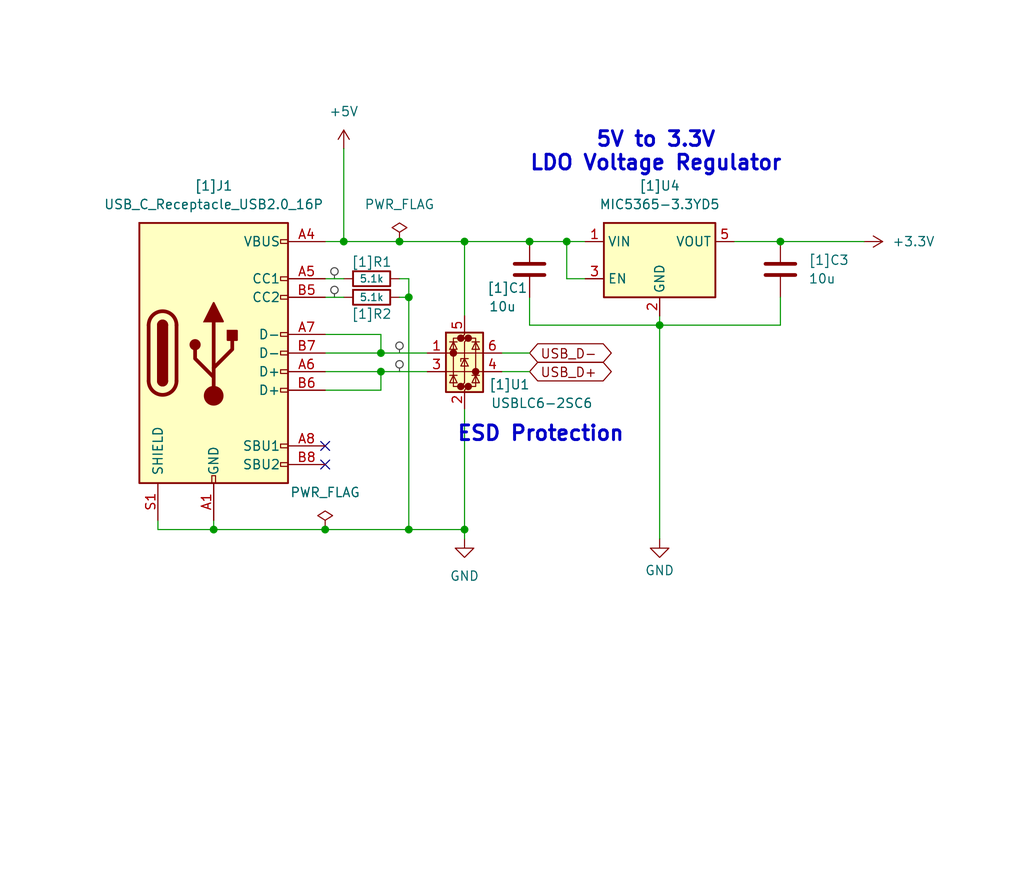
<source format=kicad_sch>
(kicad_sch
	(version 20250114)
	(generator "eeschema")
	(generator_version "9.0")
	(uuid "d8a2ac81-2dae-4dba-a26d-e38823841a28")
	(paper "User" 140 120)
	(lib_symbols
		(symbol "Connector:USB_C_Receptacle_USB2.0_16P"
			(pin_names
				(offset 1.016)
			)
			(exclude_from_sim no)
			(in_bom yes)
			(on_board yes)
			(property "Reference" "J"
				(at 0 22.225 0)
				(effects
					(font
						(size 1.27 1.27)
					)
				)
			)
			(property "Value" "USB_C_Receptacle_USB2.0_16P"
				(at 0 19.685 0)
				(effects
					(font
						(size 1.27 1.27)
					)
				)
			)
			(property "Footprint" ""
				(at 3.81 0 0)
				(effects
					(font
						(size 1.27 1.27)
					)
					(hide yes)
				)
			)
			(property "Datasheet" "https://www.usb.org/sites/default/files/documents/usb_type-c.zip"
				(at 3.81 0 0)
				(effects
					(font
						(size 1.27 1.27)
					)
					(hide yes)
				)
			)
			(property "Description" "USB 2.0-only 16P Type-C Receptacle connector"
				(at 0 0 0)
				(effects
					(font
						(size 1.27 1.27)
					)
					(hide yes)
				)
			)
			(property "ki_keywords" "usb universal serial bus type-C USB2.0"
				(at 0 0 0)
				(effects
					(font
						(size 1.27 1.27)
					)
					(hide yes)
				)
			)
			(property "ki_fp_filters" "USB*C*Receptacle*"
				(at 0 0 0)
				(effects
					(font
						(size 1.27 1.27)
					)
					(hide yes)
				)
			)
			(symbol "USB_C_Receptacle_USB2.0_16P_0_0"
				(rectangle
					(start -0.254 -17.78)
					(end 0.254 -16.764)
					(stroke
						(width 0)
						(type default)
					)
					(fill
						(type none)
					)
				)
				(rectangle
					(start 10.16 15.494)
					(end 9.144 14.986)
					(stroke
						(width 0)
						(type default)
					)
					(fill
						(type none)
					)
				)
				(rectangle
					(start 10.16 10.414)
					(end 9.144 9.906)
					(stroke
						(width 0)
						(type default)
					)
					(fill
						(type none)
					)
				)
				(rectangle
					(start 10.16 7.874)
					(end 9.144 7.366)
					(stroke
						(width 0)
						(type default)
					)
					(fill
						(type none)
					)
				)
				(rectangle
					(start 10.16 2.794)
					(end 9.144 2.286)
					(stroke
						(width 0)
						(type default)
					)
					(fill
						(type none)
					)
				)
				(rectangle
					(start 10.16 0.254)
					(end 9.144 -0.254)
					(stroke
						(width 0)
						(type default)
					)
					(fill
						(type none)
					)
				)
				(rectangle
					(start 10.16 -2.286)
					(end 9.144 -2.794)
					(stroke
						(width 0)
						(type default)
					)
					(fill
						(type none)
					)
				)
				(rectangle
					(start 10.16 -4.826)
					(end 9.144 -5.334)
					(stroke
						(width 0)
						(type default)
					)
					(fill
						(type none)
					)
				)
				(rectangle
					(start 10.16 -12.446)
					(end 9.144 -12.954)
					(stroke
						(width 0)
						(type default)
					)
					(fill
						(type none)
					)
				)
				(rectangle
					(start 10.16 -14.986)
					(end 9.144 -15.494)
					(stroke
						(width 0)
						(type default)
					)
					(fill
						(type none)
					)
				)
			)
			(symbol "USB_C_Receptacle_USB2.0_16P_0_1"
				(rectangle
					(start -10.16 17.78)
					(end 10.16 -17.78)
					(stroke
						(width 0.254)
						(type default)
					)
					(fill
						(type background)
					)
				)
				(polyline
					(pts
						(xy -8.89 -3.81) (xy -8.89 3.81)
					)
					(stroke
						(width 0.508)
						(type default)
					)
					(fill
						(type none)
					)
				)
				(rectangle
					(start -7.62 -3.81)
					(end -6.35 3.81)
					(stroke
						(width 0.254)
						(type default)
					)
					(fill
						(type outline)
					)
				)
				(arc
					(start -7.62 3.81)
					(mid -6.985 4.4423)
					(end -6.35 3.81)
					(stroke
						(width 0.254)
						(type default)
					)
					(fill
						(type none)
					)
				)
				(arc
					(start -7.62 3.81)
					(mid -6.985 4.4423)
					(end -6.35 3.81)
					(stroke
						(width 0.254)
						(type default)
					)
					(fill
						(type outline)
					)
				)
				(arc
					(start -8.89 3.81)
					(mid -6.985 5.7067)
					(end -5.08 3.81)
					(stroke
						(width 0.508)
						(type default)
					)
					(fill
						(type none)
					)
				)
				(arc
					(start -5.08 -3.81)
					(mid -6.985 -5.7067)
					(end -8.89 -3.81)
					(stroke
						(width 0.508)
						(type default)
					)
					(fill
						(type none)
					)
				)
				(arc
					(start -6.35 -3.81)
					(mid -6.985 -4.4423)
					(end -7.62 -3.81)
					(stroke
						(width 0.254)
						(type default)
					)
					(fill
						(type none)
					)
				)
				(arc
					(start -6.35 -3.81)
					(mid -6.985 -4.4423)
					(end -7.62 -3.81)
					(stroke
						(width 0.254)
						(type default)
					)
					(fill
						(type outline)
					)
				)
				(polyline
					(pts
						(xy -5.08 3.81) (xy -5.08 -3.81)
					)
					(stroke
						(width 0.508)
						(type default)
					)
					(fill
						(type none)
					)
				)
				(circle
					(center -2.54 1.143)
					(radius 0.635)
					(stroke
						(width 0.254)
						(type default)
					)
					(fill
						(type outline)
					)
				)
				(polyline
					(pts
						(xy -1.27 4.318) (xy 0 6.858) (xy 1.27 4.318) (xy -1.27 4.318)
					)
					(stroke
						(width 0.254)
						(type default)
					)
					(fill
						(type outline)
					)
				)
				(polyline
					(pts
						(xy 0 -2.032) (xy 2.54 0.508) (xy 2.54 1.778)
					)
					(stroke
						(width 0.508)
						(type default)
					)
					(fill
						(type none)
					)
				)
				(polyline
					(pts
						(xy 0 -3.302) (xy -2.54 -0.762) (xy -2.54 0.508)
					)
					(stroke
						(width 0.508)
						(type default)
					)
					(fill
						(type none)
					)
				)
				(polyline
					(pts
						(xy 0 -5.842) (xy 0 4.318)
					)
					(stroke
						(width 0.508)
						(type default)
					)
					(fill
						(type none)
					)
				)
				(circle
					(center 0 -5.842)
					(radius 1.27)
					(stroke
						(width 0)
						(type default)
					)
					(fill
						(type outline)
					)
				)
				(rectangle
					(start 1.905 1.778)
					(end 3.175 3.048)
					(stroke
						(width 0.254)
						(type default)
					)
					(fill
						(type outline)
					)
				)
			)
			(symbol "USB_C_Receptacle_USB2.0_16P_1_1"
				(pin passive line
					(at -7.62 -22.86 90)
					(length 5.08)
					(name "SHIELD"
						(effects
							(font
								(size 1.27 1.27)
							)
						)
					)
					(number "S1"
						(effects
							(font
								(size 1.27 1.27)
							)
						)
					)
				)
				(pin passive line
					(at 0 -22.86 90)
					(length 5.08)
					(name "GND"
						(effects
							(font
								(size 1.27 1.27)
							)
						)
					)
					(number "A1"
						(effects
							(font
								(size 1.27 1.27)
							)
						)
					)
				)
				(pin passive line
					(at 0 -22.86 90)
					(length 5.08)
					(hide yes)
					(name "GND"
						(effects
							(font
								(size 1.27 1.27)
							)
						)
					)
					(number "A12"
						(effects
							(font
								(size 1.27 1.27)
							)
						)
					)
				)
				(pin passive line
					(at 0 -22.86 90)
					(length 5.08)
					(hide yes)
					(name "GND"
						(effects
							(font
								(size 1.27 1.27)
							)
						)
					)
					(number "B1"
						(effects
							(font
								(size 1.27 1.27)
							)
						)
					)
				)
				(pin passive line
					(at 0 -22.86 90)
					(length 5.08)
					(hide yes)
					(name "GND"
						(effects
							(font
								(size 1.27 1.27)
							)
						)
					)
					(number "B12"
						(effects
							(font
								(size 1.27 1.27)
							)
						)
					)
				)
				(pin passive line
					(at 15.24 15.24 180)
					(length 5.08)
					(name "VBUS"
						(effects
							(font
								(size 1.27 1.27)
							)
						)
					)
					(number "A4"
						(effects
							(font
								(size 1.27 1.27)
							)
						)
					)
				)
				(pin passive line
					(at 15.24 15.24 180)
					(length 5.08)
					(hide yes)
					(name "VBUS"
						(effects
							(font
								(size 1.27 1.27)
							)
						)
					)
					(number "A9"
						(effects
							(font
								(size 1.27 1.27)
							)
						)
					)
				)
				(pin passive line
					(at 15.24 15.24 180)
					(length 5.08)
					(hide yes)
					(name "VBUS"
						(effects
							(font
								(size 1.27 1.27)
							)
						)
					)
					(number "B4"
						(effects
							(font
								(size 1.27 1.27)
							)
						)
					)
				)
				(pin passive line
					(at 15.24 15.24 180)
					(length 5.08)
					(hide yes)
					(name "VBUS"
						(effects
							(font
								(size 1.27 1.27)
							)
						)
					)
					(number "B9"
						(effects
							(font
								(size 1.27 1.27)
							)
						)
					)
				)
				(pin bidirectional line
					(at 15.24 10.16 180)
					(length 5.08)
					(name "CC1"
						(effects
							(font
								(size 1.27 1.27)
							)
						)
					)
					(number "A5"
						(effects
							(font
								(size 1.27 1.27)
							)
						)
					)
				)
				(pin bidirectional line
					(at 15.24 7.62 180)
					(length 5.08)
					(name "CC2"
						(effects
							(font
								(size 1.27 1.27)
							)
						)
					)
					(number "B5"
						(effects
							(font
								(size 1.27 1.27)
							)
						)
					)
				)
				(pin bidirectional line
					(at 15.24 2.54 180)
					(length 5.08)
					(name "D-"
						(effects
							(font
								(size 1.27 1.27)
							)
						)
					)
					(number "A7"
						(effects
							(font
								(size 1.27 1.27)
							)
						)
					)
				)
				(pin bidirectional line
					(at 15.24 0 180)
					(length 5.08)
					(name "D-"
						(effects
							(font
								(size 1.27 1.27)
							)
						)
					)
					(number "B7"
						(effects
							(font
								(size 1.27 1.27)
							)
						)
					)
				)
				(pin bidirectional line
					(at 15.24 -2.54 180)
					(length 5.08)
					(name "D+"
						(effects
							(font
								(size 1.27 1.27)
							)
						)
					)
					(number "A6"
						(effects
							(font
								(size 1.27 1.27)
							)
						)
					)
				)
				(pin bidirectional line
					(at 15.24 -5.08 180)
					(length 5.08)
					(name "D+"
						(effects
							(font
								(size 1.27 1.27)
							)
						)
					)
					(number "B6"
						(effects
							(font
								(size 1.27 1.27)
							)
						)
					)
				)
				(pin bidirectional line
					(at 15.24 -12.7 180)
					(length 5.08)
					(name "SBU1"
						(effects
							(font
								(size 1.27 1.27)
							)
						)
					)
					(number "A8"
						(effects
							(font
								(size 1.27 1.27)
							)
						)
					)
				)
				(pin bidirectional line
					(at 15.24 -15.24 180)
					(length 5.08)
					(name "SBU2"
						(effects
							(font
								(size 1.27 1.27)
							)
						)
					)
					(number "B8"
						(effects
							(font
								(size 1.27 1.27)
							)
						)
					)
				)
			)
			(embedded_fonts no)
		)
		(symbol "Device:C"
			(pin_numbers
				(hide yes)
			)
			(pin_names
				(offset 0.254)
			)
			(exclude_from_sim no)
			(in_bom yes)
			(on_board yes)
			(property "Reference" "C"
				(at 0.635 2.54 0)
				(effects
					(font
						(size 1.27 1.27)
					)
					(justify left)
				)
			)
			(property "Value" "C"
				(at 0.635 -2.54 0)
				(effects
					(font
						(size 1.27 1.27)
					)
					(justify left)
				)
			)
			(property "Footprint" ""
				(at 0.9652 -3.81 0)
				(effects
					(font
						(size 1.27 1.27)
					)
					(hide yes)
				)
			)
			(property "Datasheet" "~"
				(at 0 0 0)
				(effects
					(font
						(size 1.27 1.27)
					)
					(hide yes)
				)
			)
			(property "Description" "Unpolarized capacitor"
				(at 0 0 0)
				(effects
					(font
						(size 1.27 1.27)
					)
					(hide yes)
				)
			)
			(property "ki_keywords" "cap capacitor"
				(at 0 0 0)
				(effects
					(font
						(size 1.27 1.27)
					)
					(hide yes)
				)
			)
			(property "ki_fp_filters" "C_*"
				(at 0 0 0)
				(effects
					(font
						(size 1.27 1.27)
					)
					(hide yes)
				)
			)
			(symbol "C_0_1"
				(polyline
					(pts
						(xy -2.032 0.762) (xy 2.032 0.762)
					)
					(stroke
						(width 0.508)
						(type default)
					)
					(fill
						(type none)
					)
				)
				(polyline
					(pts
						(xy -2.032 -0.762) (xy 2.032 -0.762)
					)
					(stroke
						(width 0.508)
						(type default)
					)
					(fill
						(type none)
					)
				)
			)
			(symbol "C_1_1"
				(pin passive line
					(at 0 3.81 270)
					(length 2.794)
					(name "~"
						(effects
							(font
								(size 1.27 1.27)
							)
						)
					)
					(number "1"
						(effects
							(font
								(size 1.27 1.27)
							)
						)
					)
				)
				(pin passive line
					(at 0 -3.81 90)
					(length 2.794)
					(name "~"
						(effects
							(font
								(size 1.27 1.27)
							)
						)
					)
					(number "2"
						(effects
							(font
								(size 1.27 1.27)
							)
						)
					)
				)
			)
			(embedded_fonts no)
		)
		(symbol "Device:R"
			(pin_numbers
				(hide yes)
			)
			(pin_names
				(offset 0)
			)
			(exclude_from_sim no)
			(in_bom yes)
			(on_board yes)
			(property "Reference" "R"
				(at 2.032 0 90)
				(effects
					(font
						(size 1.27 1.27)
					)
				)
			)
			(property "Value" "R"
				(at 0 0 90)
				(effects
					(font
						(size 1.27 1.27)
					)
				)
			)
			(property "Footprint" ""
				(at -1.778 0 90)
				(effects
					(font
						(size 1.27 1.27)
					)
					(hide yes)
				)
			)
			(property "Datasheet" "~"
				(at 0 0 0)
				(effects
					(font
						(size 1.27 1.27)
					)
					(hide yes)
				)
			)
			(property "Description" "Resistor"
				(at 0 0 0)
				(effects
					(font
						(size 1.27 1.27)
					)
					(hide yes)
				)
			)
			(property "ki_keywords" "R res resistor"
				(at 0 0 0)
				(effects
					(font
						(size 1.27 1.27)
					)
					(hide yes)
				)
			)
			(property "ki_fp_filters" "R_*"
				(at 0 0 0)
				(effects
					(font
						(size 1.27 1.27)
					)
					(hide yes)
				)
			)
			(symbol "R_0_1"
				(rectangle
					(start -1.016 -2.54)
					(end 1.016 2.54)
					(stroke
						(width 0.254)
						(type default)
					)
					(fill
						(type none)
					)
				)
			)
			(symbol "R_1_1"
				(pin passive line
					(at 0 3.81 270)
					(length 1.27)
					(name "~"
						(effects
							(font
								(size 1.27 1.27)
							)
						)
					)
					(number "1"
						(effects
							(font
								(size 1.27 1.27)
							)
						)
					)
				)
				(pin passive line
					(at 0 -3.81 90)
					(length 1.27)
					(name "~"
						(effects
							(font
								(size 1.27 1.27)
							)
						)
					)
					(number "2"
						(effects
							(font
								(size 1.27 1.27)
							)
						)
					)
				)
			)
			(embedded_fonts no)
		)
		(symbol "Power_Protection:USBLC6-2SC6"
			(pin_names
				(hide yes)
			)
			(exclude_from_sim no)
			(in_bom yes)
			(on_board yes)
			(property "Reference" "U"
				(at 0.635 5.715 0)
				(effects
					(font
						(size 1.27 1.27)
					)
					(justify left)
				)
			)
			(property "Value" "USBLC6-2SC6"
				(at 0.635 3.81 0)
				(effects
					(font
						(size 1.27 1.27)
					)
					(justify left)
				)
			)
			(property "Footprint" "Package_TO_SOT_SMD:SOT-23-6"
				(at 1.27 -6.35 0)
				(effects
					(font
						(size 1.27 1.27)
						(italic yes)
					)
					(justify left)
					(hide yes)
				)
			)
			(property "Datasheet" "https://www.st.com/resource/en/datasheet/usblc6-2.pdf"
				(at 1.27 -8.255 0)
				(effects
					(font
						(size 1.27 1.27)
					)
					(justify left)
					(hide yes)
				)
			)
			(property "Description" "Very low capacitance ESD protection diode, 2 data-line, SOT-23-6"
				(at 0 0 0)
				(effects
					(font
						(size 1.27 1.27)
					)
					(hide yes)
				)
			)
			(property "ki_keywords" "usb ethernet video"
				(at 0 0 0)
				(effects
					(font
						(size 1.27 1.27)
					)
					(hide yes)
				)
			)
			(property "ki_fp_filters" "SOT?23*"
				(at 0 0 0)
				(effects
					(font
						(size 1.27 1.27)
					)
					(hide yes)
				)
			)
			(symbol "USBLC6-2SC6_0_0"
				(circle
					(center -1.524 0)
					(radius 0.0001)
					(stroke
						(width 0.508)
						(type default)
					)
					(fill
						(type none)
					)
				)
				(circle
					(center -0.508 2.032)
					(radius 0.0001)
					(stroke
						(width 0.508)
						(type default)
					)
					(fill
						(type none)
					)
				)
				(circle
					(center -0.508 -4.572)
					(radius 0.0001)
					(stroke
						(width 0.508)
						(type default)
					)
					(fill
						(type none)
					)
				)
				(circle
					(center 0.508 2.032)
					(radius 0.0001)
					(stroke
						(width 0.508)
						(type default)
					)
					(fill
						(type none)
					)
				)
				(circle
					(center 0.508 -4.572)
					(radius 0.0001)
					(stroke
						(width 0.508)
						(type default)
					)
					(fill
						(type none)
					)
				)
				(circle
					(center 1.524 -2.54)
					(radius 0.0001)
					(stroke
						(width 0.508)
						(type default)
					)
					(fill
						(type none)
					)
				)
			)
			(symbol "USBLC6-2SC6_0_1"
				(polyline
					(pts
						(xy -2.54 0) (xy 2.54 0)
					)
					(stroke
						(width 0)
						(type default)
					)
					(fill
						(type none)
					)
				)
				(polyline
					(pts
						(xy -2.54 -2.54) (xy 2.54 -2.54)
					)
					(stroke
						(width 0)
						(type default)
					)
					(fill
						(type none)
					)
				)
				(polyline
					(pts
						(xy -2.032 0.508) (xy -1.016 0.508) (xy -1.524 1.524) (xy -2.032 0.508)
					)
					(stroke
						(width 0)
						(type default)
					)
					(fill
						(type none)
					)
				)
				(polyline
					(pts
						(xy -2.032 -3.048) (xy -1.016 -3.048)
					)
					(stroke
						(width 0)
						(type default)
					)
					(fill
						(type none)
					)
				)
				(polyline
					(pts
						(xy -1.016 1.524) (xy -2.032 1.524)
					)
					(stroke
						(width 0)
						(type default)
					)
					(fill
						(type none)
					)
				)
				(polyline
					(pts
						(xy -1.016 -4.064) (xy -2.032 -4.064) (xy -1.524 -3.048) (xy -1.016 -4.064)
					)
					(stroke
						(width 0)
						(type default)
					)
					(fill
						(type none)
					)
				)
				(polyline
					(pts
						(xy -0.508 -1.143) (xy -0.508 -0.762) (xy 0.508 -0.762)
					)
					(stroke
						(width 0)
						(type default)
					)
					(fill
						(type none)
					)
				)
				(polyline
					(pts
						(xy 0 2.54) (xy -0.508 2.032) (xy 0.508 2.032) (xy 0 1.524) (xy 0 -4.064) (xy -0.508 -4.572) (xy 0.508 -4.572)
						(xy 0 -5.08)
					)
					(stroke
						(width 0)
						(type default)
					)
					(fill
						(type none)
					)
				)
				(polyline
					(pts
						(xy 0.508 -1.778) (xy -0.508 -1.778) (xy 0 -0.762) (xy 0.508 -1.778)
					)
					(stroke
						(width 0)
						(type default)
					)
					(fill
						(type none)
					)
				)
				(polyline
					(pts
						(xy 1.016 1.524) (xy 2.032 1.524)
					)
					(stroke
						(width 0)
						(type default)
					)
					(fill
						(type none)
					)
				)
				(polyline
					(pts
						(xy 1.016 -3.048) (xy 2.032 -3.048)
					)
					(stroke
						(width 0)
						(type default)
					)
					(fill
						(type none)
					)
				)
				(polyline
					(pts
						(xy 2.032 0.508) (xy 1.016 0.508) (xy 1.524 1.524) (xy 2.032 0.508)
					)
					(stroke
						(width 0)
						(type default)
					)
					(fill
						(type none)
					)
				)
				(polyline
					(pts
						(xy 2.032 -4.064) (xy 1.016 -4.064) (xy 1.524 -3.048) (xy 2.032 -4.064)
					)
					(stroke
						(width 0)
						(type default)
					)
					(fill
						(type none)
					)
				)
			)
			(symbol "USBLC6-2SC6_1_1"
				(rectangle
					(start -2.54 2.794)
					(end 2.54 -5.334)
					(stroke
						(width 0.254)
						(type default)
					)
					(fill
						(type background)
					)
				)
				(polyline
					(pts
						(xy -0.508 2.032) (xy -1.524 2.032) (xy -1.524 -4.572) (xy -0.508 -4.572)
					)
					(stroke
						(width 0)
						(type default)
					)
					(fill
						(type none)
					)
				)
				(polyline
					(pts
						(xy 0.508 -4.572) (xy 1.524 -4.572) (xy 1.524 2.032) (xy 0.508 2.032)
					)
					(stroke
						(width 0)
						(type default)
					)
					(fill
						(type none)
					)
				)
				(pin passive line
					(at -5.08 0 0)
					(length 2.54)
					(name "I/O1"
						(effects
							(font
								(size 1.27 1.27)
							)
						)
					)
					(number "1"
						(effects
							(font
								(size 1.27 1.27)
							)
						)
					)
				)
				(pin passive line
					(at -5.08 -2.54 0)
					(length 2.54)
					(name "I/O2"
						(effects
							(font
								(size 1.27 1.27)
							)
						)
					)
					(number "3"
						(effects
							(font
								(size 1.27 1.27)
							)
						)
					)
				)
				(pin passive line
					(at 0 5.08 270)
					(length 2.54)
					(name "VBUS"
						(effects
							(font
								(size 1.27 1.27)
							)
						)
					)
					(number "5"
						(effects
							(font
								(size 1.27 1.27)
							)
						)
					)
				)
				(pin passive line
					(at 0 -7.62 90)
					(length 2.54)
					(name "GND"
						(effects
							(font
								(size 1.27 1.27)
							)
						)
					)
					(number "2"
						(effects
							(font
								(size 1.27 1.27)
							)
						)
					)
				)
				(pin passive line
					(at 5.08 0 180)
					(length 2.54)
					(name "I/O1"
						(effects
							(font
								(size 1.27 1.27)
							)
						)
					)
					(number "6"
						(effects
							(font
								(size 1.27 1.27)
							)
						)
					)
				)
				(pin passive line
					(at 5.08 -2.54 180)
					(length 2.54)
					(name "I/O2"
						(effects
							(font
								(size 1.27 1.27)
							)
						)
					)
					(number "4"
						(effects
							(font
								(size 1.27 1.27)
							)
						)
					)
				)
			)
			(embedded_fonts no)
		)
		(symbol "R_1"
			(pin_numbers
				(hide yes)
			)
			(pin_names
				(offset 0)
			)
			(exclude_from_sim no)
			(in_bom yes)
			(on_board yes)
			(property "Reference" "R"
				(at 2.032 0 90)
				(effects
					(font
						(size 1.27 1.27)
					)
				)
			)
			(property "Value" "R"
				(at 0 0 90)
				(effects
					(font
						(size 1.27 1.27)
					)
				)
			)
			(property "Footprint" ""
				(at -1.778 0 90)
				(effects
					(font
						(size 1.27 1.27)
					)
					(hide yes)
				)
			)
			(property "Datasheet" "~"
				(at 0 0 0)
				(effects
					(font
						(size 1.27 1.27)
					)
					(hide yes)
				)
			)
			(property "Description" "Resistor"
				(at 0 0 0)
				(effects
					(font
						(size 1.27 1.27)
					)
					(hide yes)
				)
			)
			(property "ki_keywords" "R res resistor"
				(at 0 0 0)
				(effects
					(font
						(size 1.27 1.27)
					)
					(hide yes)
				)
			)
			(property "ki_fp_filters" "R_*"
				(at 0 0 0)
				(effects
					(font
						(size 1.27 1.27)
					)
					(hide yes)
				)
			)
			(symbol "R_1_0_1"
				(rectangle
					(start -1.016 -2.54)
					(end 1.016 2.54)
					(stroke
						(width 0.254)
						(type default)
					)
					(fill
						(type none)
					)
				)
			)
			(symbol "R_1_1_1"
				(pin passive line
					(at 0 3.81 270)
					(length 1.27)
					(name "~"
						(effects
							(font
								(size 1.27 1.27)
							)
						)
					)
					(number "1"
						(effects
							(font
								(size 1.27 1.27)
							)
						)
					)
				)
				(pin passive line
					(at 0 -3.81 90)
					(length 1.27)
					(name "~"
						(effects
							(font
								(size 1.27 1.27)
							)
						)
					)
					(number "2"
						(effects
							(font
								(size 1.27 1.27)
							)
						)
					)
				)
			)
			(embedded_fonts no)
		)
		(symbol "Regulator_Linear:MIC5365-3.3YD5"
			(exclude_from_sim no)
			(in_bom yes)
			(on_board yes)
			(property "Reference" "U"
				(at -7.62 6.35 0)
				(effects
					(font
						(size 1.27 1.27)
					)
					(justify left)
				)
			)
			(property "Value" "MIC5365-3.3YD5"
				(at 0 6.35 0)
				(effects
					(font
						(size 1.27 1.27)
					)
					(justify left)
				)
			)
			(property "Footprint" "Package_TO_SOT_SMD:TSOT-23-5"
				(at 0 11.43 0)
				(effects
					(font
						(size 1.27 1.27)
					)
					(hide yes)
				)
			)
			(property "Datasheet" "https://ww1.microchip.com/downloads/aemDocuments/documents/APID/ProductDocuments/DataSheets/MIC5365-6-High-Performance-Single-150mA-LDO-DS20006605A.pdf"
				(at 0 8.89 0)
				(effects
					(font
						(size 1.27 1.27)
					)
					(hide yes)
				)
			)
			(property "Description" "150mA Low-dropout Voltage Regulator, Vout 3.3V, Vin up to 5.5V, TSOT-23-5"
				(at 0 13.97 0)
				(effects
					(font
						(size 1.27 1.27)
					)
					(hide yes)
				)
			)
			(property "ki_keywords" "Micrel LDO voltage regulator"
				(at 0 0 0)
				(effects
					(font
						(size 1.27 1.27)
					)
					(hide yes)
				)
			)
			(property "ki_fp_filters" "TSOT?23*"
				(at 0 0 0)
				(effects
					(font
						(size 1.27 1.27)
					)
					(hide yes)
				)
			)
			(symbol "MIC5365-3.3YD5_0_1"
				(rectangle
					(start -7.62 -5.08)
					(end 7.62 5.08)
					(stroke
						(width 0.254)
						(type default)
					)
					(fill
						(type background)
					)
				)
			)
			(symbol "MIC5365-3.3YD5_1_1"
				(pin power_in line
					(at -10.16 2.54 0)
					(length 2.54)
					(name "VIN"
						(effects
							(font
								(size 1.27 1.27)
							)
						)
					)
					(number "1"
						(effects
							(font
								(size 1.27 1.27)
							)
						)
					)
				)
				(pin input line
					(at -10.16 -2.54 0)
					(length 2.54)
					(name "EN"
						(effects
							(font
								(size 1.27 1.27)
							)
						)
					)
					(number "3"
						(effects
							(font
								(size 1.27 1.27)
							)
						)
					)
				)
				(pin power_in line
					(at 0 -7.62 90)
					(length 2.54)
					(name "GND"
						(effects
							(font
								(size 1.27 1.27)
							)
						)
					)
					(number "2"
						(effects
							(font
								(size 1.27 1.27)
							)
						)
					)
				)
				(pin no_connect line
					(at 7.62 -2.54 180)
					(length 2.54)
					(hide yes)
					(name "NC"
						(effects
							(font
								(size 1.27 1.27)
							)
						)
					)
					(number "4"
						(effects
							(font
								(size 1.27 1.27)
							)
						)
					)
				)
				(pin power_out line
					(at 10.16 2.54 180)
					(length 2.54)
					(name "VOUT"
						(effects
							(font
								(size 1.27 1.27)
							)
						)
					)
					(number "5"
						(effects
							(font
								(size 1.27 1.27)
							)
						)
					)
				)
			)
			(embedded_fonts no)
		)
		(symbol "power:+3.3V"
			(power)
			(pin_numbers
				(hide yes)
			)
			(pin_names
				(offset 0)
				(hide yes)
			)
			(exclude_from_sim no)
			(in_bom yes)
			(on_board yes)
			(property "Reference" "#PWR"
				(at 0 -3.81 0)
				(effects
					(font
						(size 1.27 1.27)
					)
					(hide yes)
				)
			)
			(property "Value" "+3.3V"
				(at 0 3.556 0)
				(effects
					(font
						(size 1.27 1.27)
					)
				)
			)
			(property "Footprint" ""
				(at 0 0 0)
				(effects
					(font
						(size 1.27 1.27)
					)
					(hide yes)
				)
			)
			(property "Datasheet" ""
				(at 0 0 0)
				(effects
					(font
						(size 1.27 1.27)
					)
					(hide yes)
				)
			)
			(property "Description" "Power symbol creates a global label with name \"+3.3V\""
				(at 0 0 0)
				(effects
					(font
						(size 1.27 1.27)
					)
					(hide yes)
				)
			)
			(property "ki_keywords" "global power"
				(at 0 0 0)
				(effects
					(font
						(size 1.27 1.27)
					)
					(hide yes)
				)
			)
			(symbol "+3.3V_0_1"
				(polyline
					(pts
						(xy -0.762 1.27) (xy 0 2.54)
					)
					(stroke
						(width 0)
						(type default)
					)
					(fill
						(type none)
					)
				)
				(polyline
					(pts
						(xy 0 2.54) (xy 0.762 1.27)
					)
					(stroke
						(width 0)
						(type default)
					)
					(fill
						(type none)
					)
				)
				(polyline
					(pts
						(xy 0 0) (xy 0 2.54)
					)
					(stroke
						(width 0)
						(type default)
					)
					(fill
						(type none)
					)
				)
			)
			(symbol "+3.3V_1_1"
				(pin power_in line
					(at 0 0 90)
					(length 0)
					(name "~"
						(effects
							(font
								(size 1.27 1.27)
							)
						)
					)
					(number "1"
						(effects
							(font
								(size 1.27 1.27)
							)
						)
					)
				)
			)
			(embedded_fonts no)
		)
		(symbol "power:+5V"
			(power)
			(pin_numbers
				(hide yes)
			)
			(pin_names
				(offset 0)
				(hide yes)
			)
			(exclude_from_sim no)
			(in_bom yes)
			(on_board yes)
			(property "Reference" "#PWR"
				(at 0 -3.81 0)
				(effects
					(font
						(size 1.27 1.27)
					)
					(hide yes)
				)
			)
			(property "Value" "+5V"
				(at 0 3.556 0)
				(effects
					(font
						(size 1.27 1.27)
					)
				)
			)
			(property "Footprint" ""
				(at 0 0 0)
				(effects
					(font
						(size 1.27 1.27)
					)
					(hide yes)
				)
			)
			(property "Datasheet" ""
				(at 0 0 0)
				(effects
					(font
						(size 1.27 1.27)
					)
					(hide yes)
				)
			)
			(property "Description" "Power symbol creates a global label with name \"+5V\""
				(at 0 0 0)
				(effects
					(font
						(size 1.27 1.27)
					)
					(hide yes)
				)
			)
			(property "ki_keywords" "global power"
				(at 0 0 0)
				(effects
					(font
						(size 1.27 1.27)
					)
					(hide yes)
				)
			)
			(symbol "+5V_0_1"
				(polyline
					(pts
						(xy -0.762 1.27) (xy 0 2.54)
					)
					(stroke
						(width 0)
						(type default)
					)
					(fill
						(type none)
					)
				)
				(polyline
					(pts
						(xy 0 2.54) (xy 0.762 1.27)
					)
					(stroke
						(width 0)
						(type default)
					)
					(fill
						(type none)
					)
				)
				(polyline
					(pts
						(xy 0 0) (xy 0 2.54)
					)
					(stroke
						(width 0)
						(type default)
					)
					(fill
						(type none)
					)
				)
			)
			(symbol "+5V_1_1"
				(pin power_in line
					(at 0 0 90)
					(length 0)
					(name "~"
						(effects
							(font
								(size 1.27 1.27)
							)
						)
					)
					(number "1"
						(effects
							(font
								(size 1.27 1.27)
							)
						)
					)
				)
			)
			(embedded_fonts no)
		)
		(symbol "power:GND"
			(power)
			(pin_numbers
				(hide yes)
			)
			(pin_names
				(offset 0)
				(hide yes)
			)
			(exclude_from_sim no)
			(in_bom yes)
			(on_board yes)
			(property "Reference" "#PWR"
				(at 0 -6.35 0)
				(effects
					(font
						(size 1.27 1.27)
					)
					(hide yes)
				)
			)
			(property "Value" "GND"
				(at 0 -3.81 0)
				(effects
					(font
						(size 1.27 1.27)
					)
				)
			)
			(property "Footprint" ""
				(at 0 0 0)
				(effects
					(font
						(size 1.27 1.27)
					)
					(hide yes)
				)
			)
			(property "Datasheet" ""
				(at 0 0 0)
				(effects
					(font
						(size 1.27 1.27)
					)
					(hide yes)
				)
			)
			(property "Description" "Power symbol creates a global label with name \"GND\" , ground"
				(at 0 0 0)
				(effects
					(font
						(size 1.27 1.27)
					)
					(hide yes)
				)
			)
			(property "ki_keywords" "global power"
				(at 0 0 0)
				(effects
					(font
						(size 1.27 1.27)
					)
					(hide yes)
				)
			)
			(symbol "GND_0_1"
				(polyline
					(pts
						(xy 0 0) (xy 0 -1.27) (xy 1.27 -1.27) (xy 0 -2.54) (xy -1.27 -1.27) (xy 0 -1.27)
					)
					(stroke
						(width 0)
						(type default)
					)
					(fill
						(type none)
					)
				)
			)
			(symbol "GND_1_1"
				(pin power_in line
					(at 0 0 270)
					(length 0)
					(name "~"
						(effects
							(font
								(size 1.27 1.27)
							)
						)
					)
					(number "1"
						(effects
							(font
								(size 1.27 1.27)
							)
						)
					)
				)
			)
			(embedded_fonts no)
		)
		(symbol "power:PWR_FLAG"
			(power)
			(pin_numbers
				(hide yes)
			)
			(pin_names
				(offset 0)
				(hide yes)
			)
			(exclude_from_sim no)
			(in_bom yes)
			(on_board yes)
			(property "Reference" "#FLG"
				(at 0 1.905 0)
				(effects
					(font
						(size 1.27 1.27)
					)
					(hide yes)
				)
			)
			(property "Value" "PWR_FLAG"
				(at 0 3.81 0)
				(effects
					(font
						(size 1.27 1.27)
					)
				)
			)
			(property "Footprint" ""
				(at 0 0 0)
				(effects
					(font
						(size 1.27 1.27)
					)
					(hide yes)
				)
			)
			(property "Datasheet" "~"
				(at 0 0 0)
				(effects
					(font
						(size 1.27 1.27)
					)
					(hide yes)
				)
			)
			(property "Description" "Special symbol for telling ERC where power comes from"
				(at 0 0 0)
				(effects
					(font
						(size 1.27 1.27)
					)
					(hide yes)
				)
			)
			(property "ki_keywords" "flag power"
				(at 0 0 0)
				(effects
					(font
						(size 1.27 1.27)
					)
					(hide yes)
				)
			)
			(symbol "PWR_FLAG_0_0"
				(pin power_out line
					(at 0 0 90)
					(length 0)
					(name "~"
						(effects
							(font
								(size 1.27 1.27)
							)
						)
					)
					(number "1"
						(effects
							(font
								(size 1.27 1.27)
							)
						)
					)
				)
			)
			(symbol "PWR_FLAG_0_1"
				(polyline
					(pts
						(xy 0 0) (xy 0 1.27) (xy -1.016 1.905) (xy 0 2.54) (xy 1.016 1.905) (xy 0 1.27)
					)
					(stroke
						(width 0)
						(type default)
					)
					(fill
						(type none)
					)
				)
			)
			(embedded_fonts no)
		)
	)
	(text "5V to 3.3V\nLDO Voltage Regulator"
		(exclude_from_sim no)
		(at 89.662 20.828 0)
		(effects
			(font
				(size 2 2)
				(thickness 0.4)
				(bold yes)
			)
		)
		(uuid "307ac64a-8400-4cb6-9eb6-8da0cc38c753")
	)
	(text "ESD Protection"
		(exclude_from_sim no)
		(at 73.914 59.436 0)
		(effects
			(font
				(size 2 2)
				(thickness 0.4)
				(bold yes)
			)
		)
		(uuid "c5e19715-6675-4d2a-80ba-5bdcab28ea35")
	)
	(junction
		(at 52.07 50.8)
		(diameter 0)
		(color 0 0 0 0)
		(uuid "0fa8a576-f984-4d5b-acf4-875fe75c04d9")
	)
	(junction
		(at 55.88 72.39)
		(diameter 0)
		(color 0 0 0 0)
		(uuid "1d714b7e-9946-4d61-b551-77f45dddbc71")
	)
	(junction
		(at 72.39 33.02)
		(diameter 0)
		(color 0 0 0 0)
		(uuid "2b872783-7aef-42dd-a65d-7c7996609be6")
	)
	(junction
		(at 77.47 33.02)
		(diameter 0)
		(color 0 0 0 0)
		(uuid "4a4f91d0-7718-48fd-a4d1-9d5fa751a445")
	)
	(junction
		(at 90.17 44.45)
		(diameter 0)
		(color 0 0 0 0)
		(uuid "5bd69798-0160-439a-9a82-ba7c210e55ae")
	)
	(junction
		(at 63.5 72.39)
		(diameter 0)
		(color 0 0 0 0)
		(uuid "5c9b0a61-f96e-4389-a254-b970c450abd7")
	)
	(junction
		(at 54.61 33.02)
		(diameter 0)
		(color 0 0 0 0)
		(uuid "6240b735-b746-4bf7-85d6-c9cef7edb5f6")
	)
	(junction
		(at 55.88 40.64)
		(diameter 0)
		(color 0 0 0 0)
		(uuid "9e382ce4-7b70-4373-b0ed-ae510f35748d")
	)
	(junction
		(at 106.68 33.02)
		(diameter 0)
		(color 0 0 0 0)
		(uuid "aa03da80-ee99-49da-8def-80c51ff56986")
	)
	(junction
		(at 52.07 48.26)
		(diameter 0)
		(color 0 0 0 0)
		(uuid "aafd3ca2-c5b3-4e7e-bb2b-09d5d319b479")
	)
	(junction
		(at 46.99 33.02)
		(diameter 0)
		(color 0 0 0 0)
		(uuid "b039ad02-c752-4d1c-aeaa-a39b68de1dde")
	)
	(junction
		(at 44.45 72.39)
		(diameter 0)
		(color 0 0 0 0)
		(uuid "dd51a4ec-b42f-4d93-b59e-55eafc75ef6c")
	)
	(junction
		(at 29.21 72.39)
		(diameter 0)
		(color 0 0 0 0)
		(uuid "dfae36c3-0040-4f10-ac7c-bee68ed5573e")
	)
	(junction
		(at 63.5 33.02)
		(diameter 0)
		(color 0 0 0 0)
		(uuid "f5bb5499-e104-446e-adf5-57bc442842c0")
	)
	(no_connect
		(at 44.45 60.96)
		(uuid "a50e829b-257a-4305-bd4a-60d38f11623b")
	)
	(no_connect
		(at 44.45 63.5)
		(uuid "cf07bd19-b2c4-4e31-a4c3-7063c9e6c0c9")
	)
	(wire
		(pts
			(xy 44.45 50.8) (xy 52.07 50.8)
		)
		(stroke
			(width 0)
			(type default)
		)
		(uuid "0827bbf9-4fee-42f4-abd6-e93f20604f7a")
	)
	(wire
		(pts
			(xy 44.45 72.39) (xy 55.88 72.39)
		)
		(stroke
			(width 0)
			(type default)
		)
		(uuid "0affcd65-63a4-47cd-8e03-203b2c007fba")
	)
	(wire
		(pts
			(xy 21.59 71.12) (xy 21.59 72.39)
		)
		(stroke
			(width 0)
			(type default)
		)
		(uuid "20f5854e-2091-4b2b-8aaf-a654203972f4")
	)
	(wire
		(pts
			(xy 90.17 44.45) (xy 106.68 44.45)
		)
		(stroke
			(width 0)
			(type default)
		)
		(uuid "21bbcbdc-efb2-4be6-a8d1-ef17d8ce9022")
	)
	(wire
		(pts
			(xy 44.45 40.64) (xy 46.99 40.64)
		)
		(stroke
			(width 0)
			(type default)
		)
		(uuid "22004c82-f037-4545-a424-f6632126ec23")
	)
	(wire
		(pts
			(xy 52.07 48.26) (xy 58.42 48.26)
		)
		(stroke
			(width 0)
			(type default)
		)
		(uuid "27a117e9-9ddd-4d44-bbc7-4e3c454e054e")
	)
	(wire
		(pts
			(xy 21.59 72.39) (xy 29.21 72.39)
		)
		(stroke
			(width 0)
			(type default)
		)
		(uuid "2e86d4dd-8e6e-49e4-ac7e-27bbccac4d72")
	)
	(wire
		(pts
			(xy 44.45 53.34) (xy 52.07 53.34)
		)
		(stroke
			(width 0)
			(type default)
		)
		(uuid "303160a1-9b39-43f0-b9f1-219fa3de1ad5")
	)
	(wire
		(pts
			(xy 54.61 33.02) (xy 63.5 33.02)
		)
		(stroke
			(width 0)
			(type default)
		)
		(uuid "37ba7b3c-5115-4615-aa1d-6cf2ae3741fb")
	)
	(wire
		(pts
			(xy 63.5 72.39) (xy 63.5 73.66)
		)
		(stroke
			(width 0)
			(type default)
		)
		(uuid "3db0bcee-66aa-48e2-afd6-9fb8045b3d1c")
	)
	(wire
		(pts
			(xy 72.39 40.64) (xy 72.39 44.45)
		)
		(stroke
			(width 0)
			(type default)
		)
		(uuid "4449147b-d6bd-4558-a76b-7f1b1219157a")
	)
	(wire
		(pts
			(xy 68.58 50.8) (xy 72.39 50.8)
		)
		(stroke
			(width 0)
			(type default)
		)
		(uuid "461dd9ec-bf93-4caa-9182-fc4cda7b937a")
	)
	(wire
		(pts
			(xy 46.99 20.32) (xy 46.99 33.02)
		)
		(stroke
			(width 0)
			(type default)
		)
		(uuid "46bb8e11-f88b-4560-8e16-06bc52df2de7")
	)
	(wire
		(pts
			(xy 77.47 38.1) (xy 77.47 33.02)
		)
		(stroke
			(width 0)
			(type default)
		)
		(uuid "48fa267f-bf24-4297-8b07-ffd5840a5e0c")
	)
	(wire
		(pts
			(xy 68.58 48.26) (xy 72.39 48.26)
		)
		(stroke
			(width 0)
			(type default)
		)
		(uuid "53af0260-7ef1-4598-b98c-4720dfce519f")
	)
	(wire
		(pts
			(xy 55.88 72.39) (xy 63.5 72.39)
		)
		(stroke
			(width 0)
			(type default)
		)
		(uuid "5626958a-1c0e-45bb-8333-6f8a511794e8")
	)
	(wire
		(pts
			(xy 100.33 33.02) (xy 106.68 33.02)
		)
		(stroke
			(width 0)
			(type default)
		)
		(uuid "58cd6709-2a3d-4b35-879f-345da3645c82")
	)
	(wire
		(pts
			(xy 29.21 72.39) (xy 44.45 72.39)
		)
		(stroke
			(width 0)
			(type default)
		)
		(uuid "5a4eb68f-3ef3-442c-87d1-7c1c3ffac446")
	)
	(wire
		(pts
			(xy 55.88 40.64) (xy 55.88 72.39)
		)
		(stroke
			(width 0)
			(type default)
		)
		(uuid "6601beec-1f59-46b7-a949-a6b78297be73")
	)
	(wire
		(pts
			(xy 46.99 33.02) (xy 54.61 33.02)
		)
		(stroke
			(width 0)
			(type default)
		)
		(uuid "66a682a0-b4af-4c7a-b01f-35c52aaf0213")
	)
	(wire
		(pts
			(xy 55.88 38.1) (xy 54.61 38.1)
		)
		(stroke
			(width 0)
			(type default)
		)
		(uuid "6a39a347-147e-45c8-9938-15456dd79ebe")
	)
	(wire
		(pts
			(xy 72.39 44.45) (xy 90.17 44.45)
		)
		(stroke
			(width 0)
			(type default)
		)
		(uuid "7910d18f-6294-4ad8-b1f0-90ac88d0089b")
	)
	(wire
		(pts
			(xy 52.07 50.8) (xy 58.42 50.8)
		)
		(stroke
			(width 0)
			(type default)
		)
		(uuid "7f21e16e-46cb-4076-8fdf-2c1c3de524c3")
	)
	(wire
		(pts
			(xy 63.5 55.88) (xy 63.5 72.39)
		)
		(stroke
			(width 0)
			(type default)
		)
		(uuid "84d5e7c6-18b2-4f83-8b9f-74c56f47f599")
	)
	(wire
		(pts
			(xy 90.17 43.18) (xy 90.17 44.45)
		)
		(stroke
			(width 0)
			(type default)
		)
		(uuid "8899ef25-66ea-47e7-8301-a4094094c56b")
	)
	(wire
		(pts
			(xy 106.68 33.02) (xy 118.11 33.02)
		)
		(stroke
			(width 0)
			(type default)
		)
		(uuid "8a85460b-404b-4fdb-be20-f70692b5b562")
	)
	(wire
		(pts
			(xy 44.45 45.72) (xy 52.07 45.72)
		)
		(stroke
			(width 0)
			(type default)
		)
		(uuid "8e45a6c1-44c6-42cd-831e-84c4d7b71424")
	)
	(wire
		(pts
			(xy 44.45 38.1) (xy 46.99 38.1)
		)
		(stroke
			(width 0)
			(type default)
		)
		(uuid "8f961816-94fa-4af2-85f3-0a2eb1149d06")
	)
	(wire
		(pts
			(xy 44.45 33.02) (xy 46.99 33.02)
		)
		(stroke
			(width 0)
			(type default)
		)
		(uuid "93c0be55-471c-4402-9766-bcd4d318bd56")
	)
	(wire
		(pts
			(xy 55.88 40.64) (xy 55.88 38.1)
		)
		(stroke
			(width 0)
			(type default)
		)
		(uuid "94ee80c1-726d-4abe-945d-b8494e2058d9")
	)
	(wire
		(pts
			(xy 77.47 33.02) (xy 80.01 33.02)
		)
		(stroke
			(width 0)
			(type default)
		)
		(uuid "a0b6411a-e7e6-495d-a4a5-1191d6747762")
	)
	(wire
		(pts
			(xy 63.5 33.02) (xy 72.39 33.02)
		)
		(stroke
			(width 0)
			(type default)
		)
		(uuid "b08f22db-9463-4f25-b0cd-0eee438e9b65")
	)
	(wire
		(pts
			(xy 90.17 44.45) (xy 90.17 73.66)
		)
		(stroke
			(width 0)
			(type default)
		)
		(uuid "b5f4dad7-dc42-47a1-bbdd-07f411c74971")
	)
	(wire
		(pts
			(xy 52.07 45.72) (xy 52.07 48.26)
		)
		(stroke
			(width 0)
			(type default)
		)
		(uuid "b7e22e89-caf4-467e-a402-cdf13f7c10b1")
	)
	(wire
		(pts
			(xy 72.39 33.02) (xy 77.47 33.02)
		)
		(stroke
			(width 0)
			(type default)
		)
		(uuid "c3ec94ca-c644-48f4-8e7d-89e9e3c10bda")
	)
	(wire
		(pts
			(xy 55.88 40.64) (xy 54.61 40.64)
		)
		(stroke
			(width 0)
			(type default)
		)
		(uuid "c8a58211-edd2-45b4-ad0e-5e452b852247")
	)
	(wire
		(pts
			(xy 44.45 48.26) (xy 52.07 48.26)
		)
		(stroke
			(width 0)
			(type default)
		)
		(uuid "c921facc-6053-4125-b754-c9c5374c57bd")
	)
	(wire
		(pts
			(xy 80.01 38.1) (xy 77.47 38.1)
		)
		(stroke
			(width 0)
			(type default)
		)
		(uuid "d47f9b65-8007-44e4-8131-e87a3824d8aa")
	)
	(wire
		(pts
			(xy 29.21 71.12) (xy 29.21 72.39)
		)
		(stroke
			(width 0)
			(type default)
		)
		(uuid "dec7ea8a-1a5d-4531-8990-27d7aa359c34")
	)
	(wire
		(pts
			(xy 52.07 50.8) (xy 52.07 53.34)
		)
		(stroke
			(width 0)
			(type default)
		)
		(uuid "e00df827-d787-4875-8c81-e784beedb59a")
	)
	(wire
		(pts
			(xy 63.5 33.02) (xy 63.5 43.18)
		)
		(stroke
			(width 0)
			(type default)
		)
		(uuid "fddcbd93-ceb1-4dfb-9b86-71bc962c1054")
	)
	(wire
		(pts
			(xy 106.68 40.64) (xy 106.68 44.45)
		)
		(stroke
			(width 0)
			(type default)
		)
		(uuid "fe2caf58-a924-4c29-a8ec-f34f6dff52ea")
	)
	(global_label "USB_D+"
		(shape bidirectional)
		(at 72.39 50.8 0)
		(fields_autoplaced yes)
		(effects
			(font
				(size 1.27 1.27)
			)
			(justify left)
		)
		(uuid "22afcaa5-f872-4eda-8a66-85791c12cd74")
		(property "Intersheetrefs" "${INTERSHEET_REFS}"
			(at 84.1065 50.8 0)
			(effects
				(font
					(size 1.27 1.27)
				)
				(justify left)
				(hide yes)
			)
		)
	)
	(global_label "USB_D-"
		(shape bidirectional)
		(at 72.39 48.26 0)
		(fields_autoplaced yes)
		(effects
			(font
				(size 1.27 1.27)
			)
			(justify left)
		)
		(uuid "33900121-530f-4489-869c-4be07babcb8c")
		(property "Intersheetrefs" "${INTERSHEET_REFS}"
			(at 84.1065 48.26 0)
			(effects
				(font
					(size 1.27 1.27)
				)
				(justify left)
				(hide yes)
			)
		)
	)
	(netclass_flag ""
		(length 1)
		(shape round)
		(at 45.72 38.1 0)
		(effects
			(font
				(size 1.27 1.27)
			)
			(justify left bottom)
		)
		(uuid "376fbbe9-d070-4a56-afad-6339bcf9a434")
		(property "Netclass" "Signal"
			(at 44.704 35.814 0)
			(effects
				(font
					(size 0.5 0.5)
				)
				(justify left)
				(hide yes)
			)
		)
		(property "Component Class" ""
			(at -134.62 -35.56 0)
			(effects
				(font
					(size 1.27 1.27)
					(italic yes)
				)
			)
		)
	)
	(netclass_flag ""
		(length 1)
		(shape round)
		(at 45.72 40.64 0)
		(fields_autoplaced yes)
		(effects
			(font
				(size 1.27 1.27)
			)
			(justify left bottom)
		)
		(uuid "4031f982-e3bf-458f-80c1-924fd194effc")
		(property "Netclass" "Signal"
			(at 46.4185 39.64 0)
			(effects
				(font
					(size 0.5 0.5)
				)
				(justify left)
				(hide yes)
			)
		)
		(property "Component Class" ""
			(at -105.41 -38.1 0)
			(effects
				(font
					(size 1.27 1.27)
					(italic yes)
				)
			)
		)
	)
	(netclass_flag ""
		(length 1)
		(shape round)
		(at 54.61 50.8 0)
		(fields_autoplaced yes)
		(effects
			(font
				(size 1.27 1.27)
			)
			(justify left bottom)
		)
		(uuid "775573a6-01e3-478b-bc2b-8b8dfe9441ec")
		(property "Netclass" "USB"
			(at 55.3085 49.8 0)
			(effects
				(font
					(size 1.27 1.27)
				)
				(justify left)
				(hide yes)
			)
		)
		(property "Component Class" ""
			(at -105.41 -38.1 0)
			(effects
				(font
					(size 1.27 1.27)
					(italic yes)
				)
			)
		)
	)
	(netclass_flag ""
		(length 1)
		(shape round)
		(at 54.61 48.26 0)
		(fields_autoplaced yes)
		(effects
			(font
				(size 1.27 1.27)
			)
			(justify left bottom)
		)
		(uuid "8baab6e8-93f4-46c6-9665-3772d9836640")
		(property "Netclass" "USB"
			(at 55.3085 47.26 0)
			(effects
				(font
					(size 1.27 1.27)
				)
				(justify left)
				(hide yes)
			)
		)
		(property "Component Class" ""
			(at -147.32 -31.75 0)
			(effects
				(font
					(size 1.27 1.27)
					(italic yes)
				)
			)
		)
	)
	(symbol
		(lib_id "Device:R")
		(at 50.8 38.1 90)
		(unit 1)
		(exclude_from_sim no)
		(in_bom no)
		(on_board yes)
		(dnp no)
		(uuid "00f24821-a988-4f40-972c-4a54221f4afd")
		(property "Reference" "[1]R1"
			(at 50.8 35.814 90)
			(effects
				(font
					(size 1.27 1.27)
				)
			)
		)
		(property "Value" "5.1k"
			(at 50.8 38.1 90)
			(effects
				(font
					(size 1 1)
				)
			)
		)
		(property "Footprint" "Resistor_SMD:R_0201_0603Metric"
			(at 50.8 39.878 90)
			(effects
				(font
					(size 1.27 1.27)
				)
				(hide yes)
			)
		)
		(property "Datasheet" "~"
			(at 50.8 38.1 0)
			(effects
				(font
					(size 1.27 1.27)
				)
				(hide yes)
			)
		)
		(property "Description" "Resistor"
			(at 50.8 38.1 0)
			(effects
				(font
					(size 1.27 1.27)
				)
				(hide yes)
			)
		)
		(property "Distributor Link" "https://cpc.farnell.com/bourns/cr0603-fx-5101elf/res-5k1-1-0-1w-0603-thick-film/dp/RE08030?st=resistor%20smd:r_0201_0603metric%205.1k"
			(at 50.8 38.1 90)
			(effects
				(font
					(size 1.27 1.27)
				)
				(hide yes)
			)
		)
		(property "Manufacturer" "BOURNS"
			(at 50.8 38.1 90)
			(effects
				(font
					(size 1.27 1.27)
				)
				(hide yes)
			)
		)
		(property "Manufacturer Part Number" "CR0603-FX-5101ELF"
			(at 50.8 38.1 90)
			(effects
				(font
					(size 1.27 1.27)
				)
				(hide yes)
			)
		)
		(pin "1"
			(uuid "2130e89b-2428-49d3-882e-11fc29abde81")
		)
		(pin "2"
			(uuid "27a6be28-3b78-4129-9552-9ccb3a2c9eca")
		)
		(instances
			(project ""
				(path "/c3097aea-784a-464f-8e6d-2c357f7de5a4/d35f6f96-0764-4584-ba46-732f14de9845"
					(reference "[1]R1")
					(unit 1)
				)
			)
		)
	)
	(symbol
		(lib_id "power:+5V")
		(at 46.99 20.32 0)
		(unit 1)
		(exclude_from_sim no)
		(in_bom yes)
		(on_board yes)
		(dnp no)
		(fields_autoplaced yes)
		(uuid "0d734cb9-9597-40c2-b4b1-6a1526d6847e")
		(property "Reference" "#PWR029"
			(at 46.99 24.13 0)
			(effects
				(font
					(size 1.27 1.27)
				)
				(hide yes)
			)
		)
		(property "Value" "+5V"
			(at 46.99 15.24 0)
			(effects
				(font
					(size 1.27 1.27)
				)
			)
		)
		(property "Footprint" ""
			(at 46.99 20.32 0)
			(effects
				(font
					(size 1.27 1.27)
				)
				(hide yes)
			)
		)
		(property "Datasheet" ""
			(at 46.99 20.32 0)
			(effects
				(font
					(size 1.27 1.27)
				)
				(hide yes)
			)
		)
		(property "Description" "Power symbol creates a global label with name \"+5V\""
			(at 46.99 20.32 0)
			(effects
				(font
					(size 1.27 1.27)
				)
				(hide yes)
			)
		)
		(pin "1"
			(uuid "561b6a5a-6f39-4de1-88f3-db15c96e2a8e")
		)
		(instances
			(project ""
				(path "/c3097aea-784a-464f-8e6d-2c357f7de5a4/d35f6f96-0764-4584-ba46-732f14de9845"
					(reference "#PWR029")
					(unit 1)
				)
			)
		)
	)
	(symbol
		(lib_name "R_1")
		(lib_id "Device:R")
		(at 50.8 40.64 90)
		(unit 1)
		(exclude_from_sim no)
		(in_bom no)
		(on_board yes)
		(dnp no)
		(uuid "2f366cbf-8cb0-439a-855e-2697d810d2c0")
		(property "Reference" "[1]R2"
			(at 50.8 42.926 90)
			(effects
				(font
					(size 1.27 1.27)
				)
			)
		)
		(property "Value" "5.1k"
			(at 50.8 40.64 90)
			(effects
				(font
					(size 1 1)
				)
			)
		)
		(property "Footprint" "Resistor_SMD:R_0201_0603Metric"
			(at 50.8 42.418 90)
			(effects
				(font
					(size 1.27 1.27)
				)
				(hide yes)
			)
		)
		(property "Datasheet" "~"
			(at 50.8 40.64 0)
			(effects
				(font
					(size 1.27 1.27)
				)
				(hide yes)
			)
		)
		(property "Description" "Resistor"
			(at 50.8 40.64 0)
			(effects
				(font
					(size 1.27 1.27)
				)
				(hide yes)
			)
		)
		(property "Distributor Link" "https://cpc.farnell.com/bourns/cr0603-fx-5101elf/res-5k1-1-0-1w-0603-thick-film/dp/RE08030?st=resistor%20smd:r_0201_0603metric%205.1k"
			(at 50.8 40.64 90)
			(effects
				(font
					(size 1.27 1.27)
				)
				(hide yes)
			)
		)
		(property "Manufacturer" "BOURNS"
			(at 50.8 40.64 90)
			(effects
				(font
					(size 1.27 1.27)
				)
				(hide yes)
			)
		)
		(property "Manufacturer Part Number" "CR0603-FX-5101ELF"
			(at 50.8 40.64 90)
			(effects
				(font
					(size 1.27 1.27)
				)
				(hide yes)
			)
		)
		(pin "2"
			(uuid "d23cedb9-6954-4a03-a017-19bd5b31e8fe")
		)
		(pin "1"
			(uuid "00c42e5b-496a-478c-964c-95b3e1bcd29e")
		)
		(instances
			(project ""
				(path "/c3097aea-784a-464f-8e6d-2c357f7de5a4/d35f6f96-0764-4584-ba46-732f14de9845"
					(reference "[1]R2")
					(unit 1)
				)
			)
		)
	)
	(symbol
		(lib_id "Regulator_Linear:MIC5365-3.3YD5")
		(at 90.17 35.56 0)
		(unit 1)
		(exclude_from_sim no)
		(in_bom yes)
		(on_board yes)
		(dnp no)
		(fields_autoplaced yes)
		(uuid "2f3c53b3-2752-4244-9d59-74bbf5999b1c")
		(property "Reference" "[1]U4"
			(at 90.17 25.4 0)
			(effects
				(font
					(size 1.27 1.27)
				)
			)
		)
		(property "Value" "MIC5365-3.3YD5"
			(at 90.17 27.94 0)
			(effects
				(font
					(size 1.27 1.27)
				)
			)
		)
		(property "Footprint" "Package_TO_SOT_SMD:TSOT-23-5"
			(at 90.17 24.13 0)
			(effects
				(font
					(size 1.27 1.27)
				)
				(hide yes)
			)
		)
		(property "Datasheet" "https://ww1.microchip.com/downloads/aemDocuments/documents/APID/ProductDocuments/DataSheets/MIC5365-6-High-Performance-Single-150mA-LDO-DS20006605A.pdf"
			(at 90.17 26.67 0)
			(effects
				(font
					(size 1.27 1.27)
				)
				(hide yes)
			)
		)
		(property "Description" "150mA Low-dropout Voltage Regulator, Vout 3.3V, Vin up to 5.5V, TSOT-23-5"
			(at 90.17 21.59 0)
			(effects
				(font
					(size 1.27 1.27)
				)
				(hide yes)
			)
		)
		(property "Distributor Link" "https://www.mouser.co.uk/ProductDetail/Microchip-Technology/MIC5365-3.3YD5-TR?qs=U6T8BxXiZAXzRinbbfZRrg%3D%3D&srsltid=AfmBOooYA6BmXrtsust_b9gwBDjxlZEDAff9GILHWLVDKQ_mnCP1S72b"
			(at 90.17 35.56 0)
			(effects
				(font
					(size 1.27 1.27)
				)
				(hide yes)
			)
		)
		(property "Manufacturer" "Microchip Technology"
			(at 90.17 35.56 0)
			(effects
				(font
					(size 1.27 1.27)
				)
				(hide yes)
			)
		)
		(property "Manufacturer Part Number" "MIC5365-3.3YD5-TR"
			(at 90.17 35.56 0)
			(effects
				(font
					(size 1.27 1.27)
				)
				(hide yes)
			)
		)
		(pin "3"
			(uuid "4c8cd9a1-8b3d-456c-9ae3-c7feee14e145")
		)
		(pin "1"
			(uuid "9c5fa9fd-025e-427f-8073-a6c34186c3f3")
		)
		(pin "2"
			(uuid "842226b9-24f0-437b-8dde-2f19f4470919")
		)
		(pin "5"
			(uuid "8295c076-00ff-4e0a-8fdb-bb8a088f0a63")
		)
		(pin "4"
			(uuid "7557ca81-912d-47d6-9c33-0a3fb2f99f98")
		)
		(instances
			(project ""
				(path "/c3097aea-784a-464f-8e6d-2c357f7de5a4/d35f6f96-0764-4584-ba46-732f14de9845"
					(reference "[1]U4")
					(unit 1)
				)
			)
		)
	)
	(symbol
		(lib_id "Power_Protection:USBLC6-2SC6")
		(at 63.5 48.26 0)
		(unit 1)
		(exclude_from_sim no)
		(in_bom yes)
		(on_board yes)
		(dnp no)
		(uuid "689bfdd9-a106-4d52-a167-0443850a0ecc")
		(property "Reference" "[1]U1"
			(at 66.802 52.578 0)
			(effects
				(font
					(size 1.27 1.27)
				)
				(justify left)
			)
		)
		(property "Value" "USBLC6-2SC6"
			(at 67.056 55.118 0)
			(effects
				(font
					(size 1.27 1.27)
				)
				(justify left)
			)
		)
		(property "Footprint" "Package_TO_SOT_SMD:SOT-23-6"
			(at 64.77 54.61 0)
			(effects
				(font
					(size 1.27 1.27)
					(italic yes)
				)
				(justify left)
				(hide yes)
			)
		)
		(property "Datasheet" "https://www.st.com/resource/en/datasheet/usblc6-2.pdf"
			(at 64.77 56.515 0)
			(effects
				(font
					(size 1.27 1.27)
				)
				(justify left)
				(hide yes)
			)
		)
		(property "Description" "Very low capacitance ESD protection diode, 2 data-line, SOT-23-6"
			(at 63.5 48.26 0)
			(effects
				(font
					(size 1.27 1.27)
				)
				(hide yes)
			)
		)
		(property "Distributor Link" "https://cpc.farnell.com/stmicroelectronics/usblc6-2sc6y/diode-esd-protection-5-25v-sot/dp/SC18159?mckv=PMaxBrandBing_dc|pcrid|84800396832216|kword|cpc.farnell.com|match|bb|plid||slid||pgrid|1356799881085480|&CMP=KNC-MUK-CPC-PMax-614071177-{extensionid}&s_kwcid=AL!8472!10!84800396832216!2336599648775859&msclkid=e0f9054c821e11997d4b6c5d8f750e4d&utm_source=bing&utm_medium=cpc&utm_campaign=PMax-Marketing&utm_term=cpc.farnell.com&utm_content=CPC%20Brand"
			(at 63.5 48.26 0)
			(effects
				(font
					(size 1.27 1.27)
				)
				(hide yes)
			)
		)
		(property "Manufacturer" "STMICROELECTRONICS"
			(at 63.5 48.26 0)
			(effects
				(font
					(size 1.27 1.27)
				)
				(hide yes)
			)
		)
		(property "Manufacturer Part Number" "USBLC6-2SC6Y"
			(at 63.5 48.26 0)
			(effects
				(font
					(size 1.27 1.27)
				)
				(hide yes)
			)
		)
		(pin "1"
			(uuid "a461dac1-fb7f-4956-b416-32c2061a17d3")
		)
		(pin "2"
			(uuid "ddc32fee-4794-4930-9377-351f7504cd28")
		)
		(pin "6"
			(uuid "672950d6-bfb0-4876-8253-be4bdd9138c9")
		)
		(pin "4"
			(uuid "ad9ed22b-21e5-4579-bfce-820693a07345")
		)
		(pin "5"
			(uuid "455a2728-b754-4216-9cd6-80490d93ae02")
		)
		(pin "3"
			(uuid "7e1875b2-918a-4b7a-bd90-3390d76a27c6")
		)
		(instances
			(project ""
				(path "/c3097aea-784a-464f-8e6d-2c357f7de5a4/d35f6f96-0764-4584-ba46-732f14de9845"
					(reference "[1]U1")
					(unit 1)
				)
			)
		)
	)
	(symbol
		(lib_id "power:PWR_FLAG")
		(at 44.45 72.39 0)
		(unit 1)
		(exclude_from_sim no)
		(in_bom yes)
		(on_board yes)
		(dnp no)
		(fields_autoplaced yes)
		(uuid "757e9d88-dd89-4cc2-a8ae-4ad1477f58f3")
		(property "Reference" "#FLG01"
			(at 44.45 70.485 0)
			(effects
				(font
					(size 1.27 1.27)
				)
				(hide yes)
			)
		)
		(property "Value" "PWR_FLAG"
			(at 44.45 67.31 0)
			(effects
				(font
					(size 1.27 1.27)
				)
			)
		)
		(property "Footprint" ""
			(at 44.45 72.39 0)
			(effects
				(font
					(size 1.27 1.27)
				)
				(hide yes)
			)
		)
		(property "Datasheet" "~"
			(at 44.45 72.39 0)
			(effects
				(font
					(size 1.27 1.27)
				)
				(hide yes)
			)
		)
		(property "Description" "Special symbol for telling ERC where power comes from"
			(at 44.45 72.39 0)
			(effects
				(font
					(size 1.27 1.27)
				)
				(hide yes)
			)
		)
		(pin "1"
			(uuid "e67e4e6b-4e7e-4966-af7b-cea27c08b331")
		)
		(instances
			(project ""
				(path "/c3097aea-784a-464f-8e6d-2c357f7de5a4/d35f6f96-0764-4584-ba46-732f14de9845"
					(reference "#FLG01")
					(unit 1)
				)
			)
		)
	)
	(symbol
		(lib_id "Device:C")
		(at 72.39 36.83 180)
		(unit 1)
		(exclude_from_sim no)
		(in_bom no)
		(on_board yes)
		(dnp no)
		(uuid "7f1c1244-35b6-4f49-996b-eec72ac3e30f")
		(property "Reference" "[1]C1"
			(at 66.548 39.37 0)
			(effects
				(font
					(size 1.27 1.27)
				)
				(justify right)
			)
		)
		(property "Value" "10u"
			(at 66.802 41.91 0)
			(effects
				(font
					(size 1.27 1.27)
				)
				(justify right)
			)
		)
		(property "Footprint" "Capacitor_SMD:C_0201_0603Metric"
			(at 71.4248 33.02 0)
			(effects
				(font
					(size 1.27 1.27)
				)
				(hide yes)
			)
		)
		(property "Datasheet" "~"
			(at 72.39 36.83 0)
			(effects
				(font
					(size 1.27 1.27)
				)
				(hide yes)
			)
		)
		(property "Description" "Unpolarized capacitor"
			(at 72.39 36.83 0)
			(effects
				(font
					(size 1.27 1.27)
				)
				(hide yes)
			)
		)
		(property "Distributor Link" "https://cpc.farnell.com/murata/zrb18ar61e106me01l/cap-10-f-25v-20-x5r-0603/dp/CA10324?st=0.53%20ceramic%20capacitor"
			(at 72.39 36.83 0)
			(effects
				(font
					(size 1.27 1.27)
				)
				(hide yes)
			)
		)
		(property "Manufacturer" "MURATA"
			(at 72.39 36.83 0)
			(effects
				(font
					(size 1.27 1.27)
				)
				(hide yes)
			)
		)
		(property "Manufacturer Part Number" "ZRB18AR61E106ME01L"
			(at 72.39 36.83 0)
			(effects
				(font
					(size 1.27 1.27)
				)
				(hide yes)
			)
		)
		(pin "2"
			(uuid "e6838d03-3c6f-47ee-86f1-6e6672bf9647")
		)
		(pin "1"
			(uuid "438550f4-46cb-44fb-91e1-184b1563d939")
		)
		(instances
			(project ""
				(path "/c3097aea-784a-464f-8e6d-2c357f7de5a4/d35f6f96-0764-4584-ba46-732f14de9845"
					(reference "[1]C1")
					(unit 1)
				)
			)
		)
	)
	(symbol
		(lib_id "power:PWR_FLAG")
		(at 54.61 33.02 0)
		(unit 1)
		(exclude_from_sim no)
		(in_bom yes)
		(on_board yes)
		(dnp no)
		(fields_autoplaced yes)
		(uuid "9140b56d-9601-4462-9c58-07d41324bcf7")
		(property "Reference" "#FLG02"
			(at 54.61 31.115 0)
			(effects
				(font
					(size 1.27 1.27)
				)
				(hide yes)
			)
		)
		(property "Value" "PWR_FLAG"
			(at 54.61 27.94 0)
			(effects
				(font
					(size 1.27 1.27)
				)
			)
		)
		(property "Footprint" ""
			(at 54.61 33.02 0)
			(effects
				(font
					(size 1.27 1.27)
				)
				(hide yes)
			)
		)
		(property "Datasheet" "~"
			(at 54.61 33.02 0)
			(effects
				(font
					(size 1.27 1.27)
				)
				(hide yes)
			)
		)
		(property "Description" "Special symbol for telling ERC where power comes from"
			(at 54.61 33.02 0)
			(effects
				(font
					(size 1.27 1.27)
				)
				(hide yes)
			)
		)
		(pin "1"
			(uuid "466b1fec-f253-44e1-8696-3a01297e75f7")
		)
		(instances
			(project ""
				(path "/c3097aea-784a-464f-8e6d-2c357f7de5a4/d35f6f96-0764-4584-ba46-732f14de9845"
					(reference "#FLG02")
					(unit 1)
				)
			)
		)
	)
	(symbol
		(lib_id "Device:C")
		(at 106.68 36.83 0)
		(unit 1)
		(exclude_from_sim no)
		(in_bom no)
		(on_board yes)
		(dnp no)
		(fields_autoplaced yes)
		(uuid "a1e47cd0-cb98-4c60-9f27-9f372c4df8b6")
		(property "Reference" "[1]C3"
			(at 110.49 35.5599 0)
			(effects
				(font
					(size 1.27 1.27)
				)
				(justify left)
			)
		)
		(property "Value" "10u"
			(at 110.49 38.0999 0)
			(effects
				(font
					(size 1.27 1.27)
				)
				(justify left)
			)
		)
		(property "Footprint" "Capacitor_SMD:C_0201_0603Metric"
			(at 107.6452 40.64 0)
			(effects
				(font
					(size 1.27 1.27)
				)
				(hide yes)
			)
		)
		(property "Datasheet" "~"
			(at 106.68 36.83 0)
			(effects
				(font
					(size 1.27 1.27)
				)
				(hide yes)
			)
		)
		(property "Description" "Unpolarized capacitor"
			(at 106.68 36.83 0)
			(effects
				(font
					(size 1.27 1.27)
				)
				(hide yes)
			)
		)
		(property "Distributor Link" "https://cpc.farnell.com/murata/zrb18ar61e106me01l/cap-10-f-25v-20-x5r-0603/dp/CA10324?st=0.53%20ceramic%20capacitor"
			(at 106.68 36.83 0)
			(effects
				(font
					(size 1.27 1.27)
				)
				(hide yes)
			)
		)
		(property "Manufacturer" "MURATA"
			(at 106.68 36.83 0)
			(effects
				(font
					(size 1.27 1.27)
				)
				(hide yes)
			)
		)
		(property "Manufacturer Part Number" "ZRB18AR61E106ME01L"
			(at 106.68 36.83 0)
			(effects
				(font
					(size 1.27 1.27)
				)
				(hide yes)
			)
		)
		(pin "2"
			(uuid "9803a73a-1a1f-4df5-a256-e7c0cf56539c")
		)
		(pin "1"
			(uuid "a1e68b89-1ddd-4b0e-b46a-1d795db104b9")
		)
		(instances
			(project ""
				(path "/c3097aea-784a-464f-8e6d-2c357f7de5a4/d35f6f96-0764-4584-ba46-732f14de9845"
					(reference "[1]C3")
					(unit 1)
				)
			)
		)
	)
	(symbol
		(lib_id "power:+3.3V")
		(at 118.11 33.02 270)
		(unit 1)
		(exclude_from_sim no)
		(in_bom no)
		(on_board yes)
		(dnp no)
		(fields_autoplaced yes)
		(uuid "a8dca005-fd92-45bc-958e-2d692f1e4508")
		(property "Reference" "#PWR028"
			(at 114.3 33.02 0)
			(effects
				(font
					(size 1.27 1.27)
				)
				(hide yes)
			)
		)
		(property "Value" "+3.3V"
			(at 121.92 33.0199 90)
			(effects
				(font
					(size 1.27 1.27)
				)
				(justify left)
			)
		)
		(property "Footprint" ""
			(at 118.11 33.02 0)
			(effects
				(font
					(size 1.27 1.27)
				)
				(hide yes)
			)
		)
		(property "Datasheet" ""
			(at 118.11 33.02 0)
			(effects
				(font
					(size 1.27 1.27)
				)
				(hide yes)
			)
		)
		(property "Description" "Power symbol creates a global label with name \"+3.3V\""
			(at 118.11 33.02 0)
			(effects
				(font
					(size 1.27 1.27)
				)
				(hide yes)
			)
		)
		(pin "1"
			(uuid "8ff9ac71-b399-418d-9184-3364ab076e72")
		)
		(instances
			(project ""
				(path "/c3097aea-784a-464f-8e6d-2c357f7de5a4/d35f6f96-0764-4584-ba46-732f14de9845"
					(reference "#PWR028")
					(unit 1)
				)
			)
		)
	)
	(symbol
		(lib_id "Connector:USB_C_Receptacle_USB2.0_16P")
		(at 29.21 48.26 0)
		(unit 1)
		(exclude_from_sim no)
		(in_bom yes)
		(on_board yes)
		(dnp no)
		(fields_autoplaced yes)
		(uuid "b0a44cba-a752-48cf-9da6-7f147de99947")
		(property "Reference" "[1]J1"
			(at 29.21 25.4 0)
			(effects
				(font
					(size 1.27 1.27)
				)
			)
		)
		(property "Value" "USB_C_Receptacle_USB2.0_16P"
			(at 29.21 27.94 0)
			(effects
				(font
					(size 1.27 1.27)
				)
			)
		)
		(property "Footprint" "Connector_USB:USB_C_Receptacle_GCT_USB4105-xx-A_16P_TopMnt_Horizontal"
			(at 33.02 48.26 0)
			(effects
				(font
					(size 1.27 1.27)
				)
				(hide yes)
			)
		)
		(property "Datasheet" "https://www.usb.org/sites/default/files/documents/usb_type-c.zip"
			(at 33.02 48.26 0)
			(effects
				(font
					(size 1.27 1.27)
				)
				(hide yes)
			)
		)
		(property "Description" "USB 2.0-only 16P Type-C Receptacle connector"
			(at 29.21 48.26 0)
			(effects
				(font
					(size 1.27 1.27)
				)
				(hide yes)
			)
		)
		(property "Distributor Link" "https://www.mouser.co.uk/ProductDetail/GCT/USB4105-GF-A?qs=KUoIvG/9IlY/MLlBMpStpA%3D%3D&utm_source=OEMSecrets&utm_medium=aggregator&utm_campaign=USB4105-GF-A&utm_term=USB4105&utm_content=GCT"
			(at 29.21 48.26 0)
			(effects
				(font
					(size 1.27 1.27)
				)
				(hide yes)
			)
		)
		(property "Manufacturer" "GCT"
			(at 29.21 48.26 0)
			(effects
				(font
					(size 1.27 1.27)
				)
				(hide yes)
			)
		)
		(property "Manufacturer Part Number" "USB4105-GF-A"
			(at 29.21 48.26 0)
			(effects
				(font
					(size 1.27 1.27)
				)
				(hide yes)
			)
		)
		(pin "B12"
			(uuid "ff0c10b8-7abc-403a-9856-a774826d84b0")
		)
		(pin "A7"
			(uuid "b9576751-1c23-44bc-8316-a3fe7a1d241e")
		)
		(pin "A5"
			(uuid "ab8c3a70-bddc-4edc-8dd5-f37253d49651")
		)
		(pin "A1"
			(uuid "225d1581-38cc-4c0b-81d1-16691b6901ad")
		)
		(pin "A4"
			(uuid "a5ab15e9-e75d-4069-962f-f7896ab13a9c")
		)
		(pin "B5"
			(uuid "8659913d-4093-4955-932c-20ab455ae96d")
		)
		(pin "B4"
			(uuid "3af2bbb3-e342-4e5c-bb53-e7dfd2d70512")
		)
		(pin "B7"
			(uuid "f93d03ff-a477-41c8-a524-5d1b6f026902")
		)
		(pin "B9"
			(uuid "8fd8ea30-8a0d-43dc-a0e1-b2c326ec4bdd")
		)
		(pin "B6"
			(uuid "c64bb43d-211f-4a51-98ef-c2db3ab8ee1d")
		)
		(pin "A12"
			(uuid "940cd578-e80a-42e2-b452-195194aa3fbb")
		)
		(pin "B8"
			(uuid "7718d27d-c1ac-4f9d-bee5-c6a6824b4d29")
		)
		(pin "S1"
			(uuid "eed133ca-87a1-4c49-9923-e835a102c98f")
		)
		(pin "B1"
			(uuid "7f7fd4d3-094f-437d-bdbf-fc052c7e2b4f")
		)
		(pin "A9"
			(uuid "7cd5764b-8fe3-40d4-8287-0385d147ed59")
		)
		(pin "A6"
			(uuid "b889ab96-e0e6-444d-86e4-7dd25e6713ed")
		)
		(pin "A8"
			(uuid "00e037ea-3c01-4e7f-ac71-874ab2fdd811")
		)
		(instances
			(project ""
				(path "/c3097aea-784a-464f-8e6d-2c357f7de5a4/d35f6f96-0764-4584-ba46-732f14de9845"
					(reference "[1]J1")
					(unit 1)
				)
			)
		)
	)
	(symbol
		(lib_id "power:GND")
		(at 63.5 73.66 0)
		(unit 1)
		(exclude_from_sim no)
		(in_bom yes)
		(on_board yes)
		(dnp no)
		(fields_autoplaced yes)
		(uuid "da6eae5b-bda0-4f83-a58c-c3cbc2ea77f5")
		(property "Reference" "#PWR02"
			(at 63.5 80.01 0)
			(effects
				(font
					(size 1.27 1.27)
				)
				(hide yes)
			)
		)
		(property "Value" "GND"
			(at 63.5 78.74 0)
			(effects
				(font
					(size 1.27 1.27)
				)
			)
		)
		(property "Footprint" ""
			(at 63.5 73.66 0)
			(effects
				(font
					(size 1.27 1.27)
				)
				(hide yes)
			)
		)
		(property "Datasheet" ""
			(at 63.5 73.66 0)
			(effects
				(font
					(size 1.27 1.27)
				)
				(hide yes)
			)
		)
		(property "Description" "Power symbol creates a global label with name \"GND\" , ground"
			(at 63.5 73.66 0)
			(effects
				(font
					(size 1.27 1.27)
				)
				(hide yes)
			)
		)
		(pin "1"
			(uuid "5e7fb904-f39c-43bb-975f-dd98d4421580")
		)
		(instances
			(project ""
				(path "/c3097aea-784a-464f-8e6d-2c357f7de5a4/d35f6f96-0764-4584-ba46-732f14de9845"
					(reference "#PWR02")
					(unit 1)
				)
			)
		)
	)
	(symbol
		(lib_id "power:GND")
		(at 90.17 73.66 0)
		(unit 1)
		(exclude_from_sim no)
		(in_bom yes)
		(on_board yes)
		(dnp no)
		(uuid "e8f4f77d-7215-4090-8c7a-e7fdd834ccc5")
		(property "Reference" "#PWR03"
			(at 90.17 80.01 0)
			(effects
				(font
					(size 1.27 1.27)
				)
				(hide yes)
			)
		)
		(property "Value" "GND"
			(at 90.17 77.978 0)
			(effects
				(font
					(size 1.27 1.27)
				)
			)
		)
		(property "Footprint" ""
			(at 90.17 73.66 0)
			(effects
				(font
					(size 1.27 1.27)
				)
				(hide yes)
			)
		)
		(property "Datasheet" ""
			(at 90.17 73.66 0)
			(effects
				(font
					(size 1.27 1.27)
				)
				(hide yes)
			)
		)
		(property "Description" "Power symbol creates a global label with name \"GND\" , ground"
			(at 90.17 73.66 0)
			(effects
				(font
					(size 1.27 1.27)
				)
				(hide yes)
			)
		)
		(pin "1"
			(uuid "a7f98a27-ff5d-4ecb-97ea-bbc2d663f17e")
		)
		(instances
			(project ""
				(path "/c3097aea-784a-464f-8e6d-2c357f7de5a4/d35f6f96-0764-4584-ba46-732f14de9845"
					(reference "#PWR03")
					(unit 1)
				)
			)
		)
	)
)

</source>
